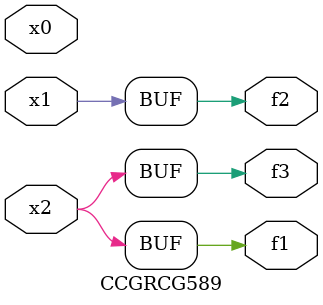
<source format=v>
module CCGRCG589(
	input x0, x1, x2,
	output f1, f2, f3
);
	assign f1 = x2;
	assign f2 = x1;
	assign f3 = x2;
endmodule

</source>
